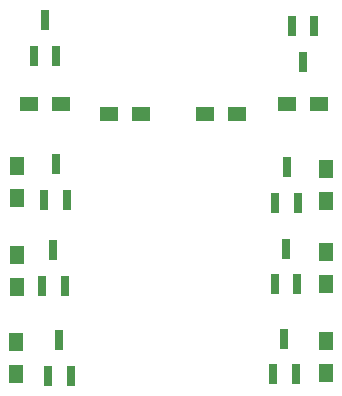
<source format=gbp>
G04 #@! TF.FileFunction,Paste,Bot*
%FSLAX46Y46*%
G04 Gerber Fmt 4.6, Leading zero omitted, Abs format (unit mm)*
G04 Created by KiCad (PCBNEW 4.0.5) date Mon Feb  6 23:02:00 2017*
%MOMM*%
%LPD*%
G01*
G04 APERTURE LIST*
%ADD10C,0.100000*%
%ADD11R,1.500000X1.300000*%
%ADD12R,0.800100X1.800860*%
%ADD13R,1.300000X1.500000*%
G04 APERTURE END LIST*
D10*
D11*
X88091000Y-68961000D03*
X85391000Y-68961000D03*
D12*
X101280000Y-83416140D03*
X99380000Y-83416140D03*
X100330000Y-80413860D03*
X80896500Y-64048640D03*
X78996500Y-64048640D03*
X79946500Y-61046360D03*
X101343500Y-76494640D03*
X99443500Y-76494640D03*
X100393500Y-73492360D03*
X81785500Y-76240640D03*
X79885500Y-76240640D03*
X80835500Y-73238360D03*
X100840500Y-61554360D03*
X102740500Y-61554360D03*
X101790500Y-64556640D03*
X81595000Y-83543140D03*
X79695000Y-83543140D03*
X80645000Y-80540860D03*
X82103000Y-91163140D03*
X80203000Y-91163140D03*
X81153000Y-88160860D03*
X101153000Y-91036140D03*
X99253000Y-91036140D03*
X100203000Y-88033860D03*
D13*
X103695500Y-76343500D03*
X103695500Y-73643500D03*
X77533500Y-76089500D03*
X77533500Y-73389500D03*
X77597000Y-80946000D03*
X77597000Y-83646000D03*
X103759000Y-80692000D03*
X103759000Y-83392000D03*
X77470000Y-88312000D03*
X77470000Y-91012000D03*
X103759000Y-88185000D03*
X103759000Y-90885000D03*
D11*
X96219000Y-68961000D03*
X93519000Y-68961000D03*
X78596500Y-68135500D03*
X81296500Y-68135500D03*
X103140500Y-68135500D03*
X100440500Y-68135500D03*
M02*

</source>
